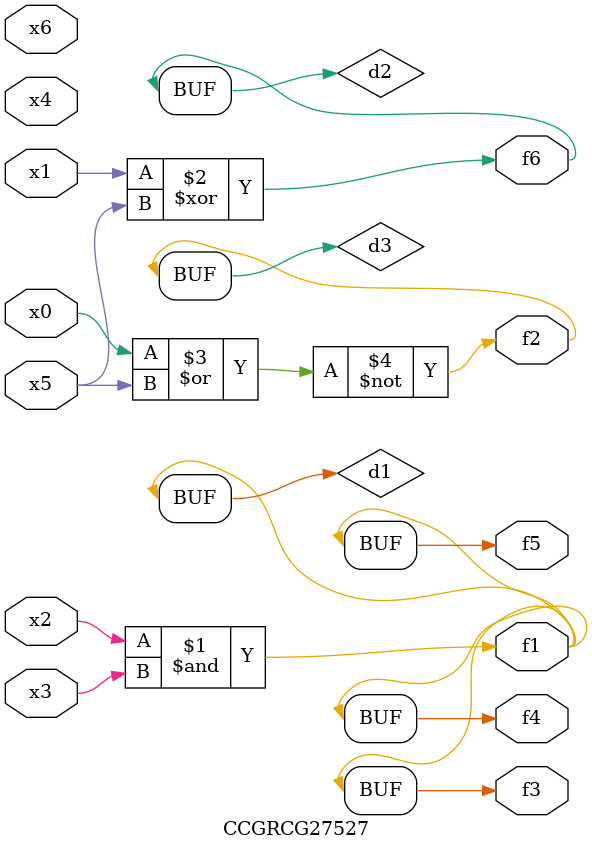
<source format=v>
module CCGRCG27527(
	input x0, x1, x2, x3, x4, x5, x6,
	output f1, f2, f3, f4, f5, f6
);

	wire d1, d2, d3;

	and (d1, x2, x3);
	xor (d2, x1, x5);
	nor (d3, x0, x5);
	assign f1 = d1;
	assign f2 = d3;
	assign f3 = d1;
	assign f4 = d1;
	assign f5 = d1;
	assign f6 = d2;
endmodule

</source>
